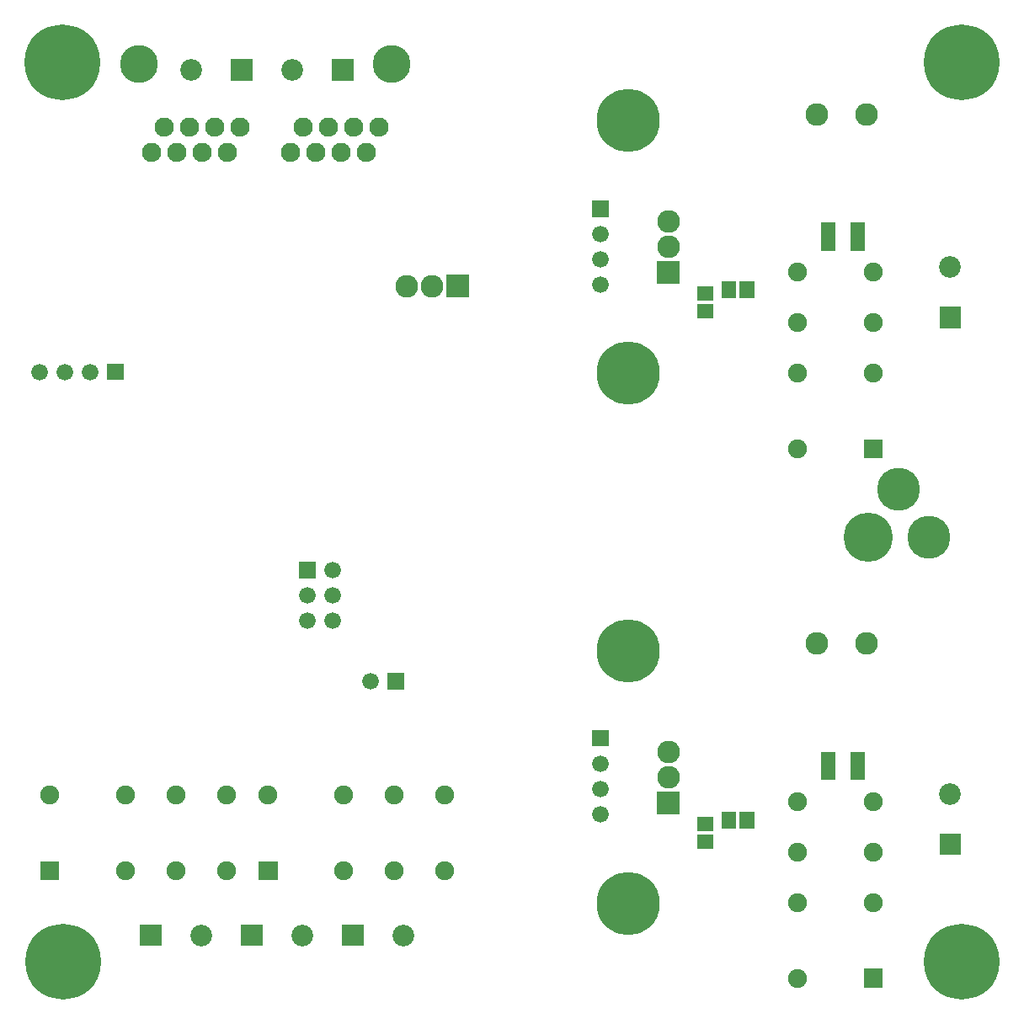
<source format=gbr>
G04 start of page 7 for group -4062 idx -4062 *
G04 Title: (unknown), soldermask *
G04 Creator: pcb 20140316 *
G04 CreationDate: Mon 02 Nov 2015 06:26:01 PM GMT UTC *
G04 For: ndholmes *
G04 Format: Gerber/RS-274X *
G04 PCB-Dimensions (mil): 3900.00 3900.00 *
G04 PCB-Coordinate-Origin: lower left *
%MOIN*%
%FSLAX25Y25*%
%LNBOTTOMMASK*%
%ADD129R,0.0572X0.0572*%
%ADD128C,0.1700*%
%ADD127C,0.1950*%
%ADD126C,0.2500*%
%ADD125C,0.0750*%
%ADD124C,0.0660*%
%ADD123C,0.2997*%
%ADD122C,0.1500*%
%ADD121C,0.0860*%
%ADD120C,0.0001*%
%ADD119C,0.0900*%
%ADD118C,0.0760*%
G54D118*X142500Y347500D03*
X137500Y337500D03*
X132500Y347500D03*
X127500Y337500D03*
X122500Y347500D03*
X117500Y337500D03*
X112500Y347500D03*
X107500Y337500D03*
G54D119*X153500Y284500D03*
X163500D03*
G54D120*G36*
X169000Y289000D02*Y280000D01*
X178000D01*
Y289000D01*
X169000D01*
G37*
G54D118*X87500Y347500D03*
X77500D03*
X67500D03*
X57500D03*
G54D120*G36*
X83700Y374300D02*Y365700D01*
X92300D01*
Y374300D01*
X83700D01*
G37*
G54D121*X68000Y370000D03*
G54D118*X82500Y337500D03*
X72500D03*
X62500D03*
X52500D03*
G54D122*X47500Y372500D03*
G54D123*X17000Y373000D03*
G54D120*G36*
X34700Y253800D02*Y247200D01*
X41300D01*
Y253800D01*
X34700D01*
G37*
G54D124*X28000Y250500D03*
X18000D03*
X8000D03*
G54D123*X17500Y17000D03*
G54D120*G36*
X47700Y31800D02*Y23200D01*
X56300D01*
Y31800D01*
X47700D01*
G37*
G36*
X8250Y56750D02*Y49250D01*
X15750D01*
Y56750D01*
X8250D01*
G37*
G54D125*X42000Y53000D03*
X62000D03*
Y83000D03*
X42000D03*
X12000D03*
G54D120*G36*
X87700Y31800D02*Y23200D01*
X96300D01*
Y31800D01*
X87700D01*
G37*
G54D121*X112000Y27500D03*
X72000D03*
G54D120*G36*
X127700Y31800D02*Y23200D01*
X136300D01*
Y31800D01*
X127700D01*
G37*
G54D121*X152000Y27500D03*
G54D125*X82000Y53000D03*
G54D120*G36*
X94750Y56750D02*Y49250D01*
X102250D01*
Y56750D01*
X94750D01*
G37*
G54D125*X128500Y53000D03*
X148500D03*
X168500D03*
X82000Y83000D03*
X128500D03*
X98500D03*
X168500D03*
X148500D03*
G54D120*G36*
X145700Y131300D02*Y124700D01*
X152300D01*
Y131300D01*
X145700D01*
G37*
G54D124*X139000Y128000D03*
G54D120*G36*
X110700Y175300D02*Y168700D01*
X117300D01*
Y175300D01*
X110700D01*
G37*
G54D124*X124000Y172000D03*
Y162000D03*
Y152000D03*
X114000Y162000D03*
Y152000D03*
G54D119*X315650Y143000D03*
G54D126*X241000Y250000D03*
G54D120*G36*
X226700Y108800D02*Y102200D01*
X233300D01*
Y108800D01*
X226700D01*
G37*
G54D126*X241000Y140000D03*
G54D124*X230000Y95500D03*
Y85500D03*
Y75500D03*
G54D120*G36*
X364200Y67800D02*Y59200D01*
X372800D01*
Y67800D01*
X364200D01*
G37*
G54D121*X368500Y83500D03*
G54D123*X373000Y17000D03*
G54D119*X335350Y143000D03*
X257000Y100000D03*
Y90000D03*
G54D120*G36*
X252500Y84500D02*Y75500D01*
X261500D01*
Y84500D01*
X252500D01*
G37*
G54D125*X338000Y80500D03*
X308000D03*
G54D120*G36*
X334250Y14250D02*Y6750D01*
X341750D01*
Y14250D01*
X334250D01*
G37*
G54D125*X308000Y10500D03*
X338000Y40500D03*
X308000D03*
X338000Y60500D03*
X308000D03*
G54D126*X241000Y40000D03*
G54D122*X147500Y372500D03*
G54D123*X373000Y373000D03*
G54D126*X241000Y350000D03*
G54D120*G36*
X123700Y374300D02*Y365700D01*
X132300D01*
Y374300D01*
X123700D01*
G37*
G54D121*X108000Y370000D03*
G54D119*X335350Y352500D03*
X315650D03*
G54D125*X338000Y290000D03*
X308000Y270000D03*
Y250000D03*
Y220000D03*
G54D120*G36*
X334250Y223750D02*Y216250D01*
X341750D01*
Y223750D01*
X334250D01*
G37*
G54D125*X338000Y250000D03*
Y270000D03*
G54D127*X336000Y185000D03*
G54D128*X360000D03*
X348000Y204000D03*
G54D120*G36*
X364200Y276300D02*Y267700D01*
X372800D01*
Y276300D01*
X364200D01*
G37*
G54D121*X368500Y292000D03*
G54D125*X308000Y290000D03*
G54D119*X257000Y310000D03*
Y300000D03*
G54D120*G36*
X252500Y294500D02*Y285500D01*
X261500D01*
Y294500D01*
X252500D01*
G37*
G36*
X226700Y318300D02*Y311700D01*
X233300D01*
Y318300D01*
X226700D01*
G37*
G54D124*X230000Y305000D03*
Y295000D03*
Y285000D03*
G54D129*X271107Y274457D02*X271893D01*
X280957Y283393D02*Y282607D01*
X271107Y281543D02*X271893D01*
X288043Y283393D02*Y282607D01*
X331905Y306755D02*Y301245D01*
X320095Y306755D02*Y301245D01*
X280957Y73393D02*Y72607D01*
X288043Y73393D02*Y72607D01*
X271107Y71543D02*X271893D01*
X271107Y64457D02*X271893D01*
X331905Y97255D02*Y91745D01*
X320095Y97255D02*Y91745D01*
M02*

</source>
